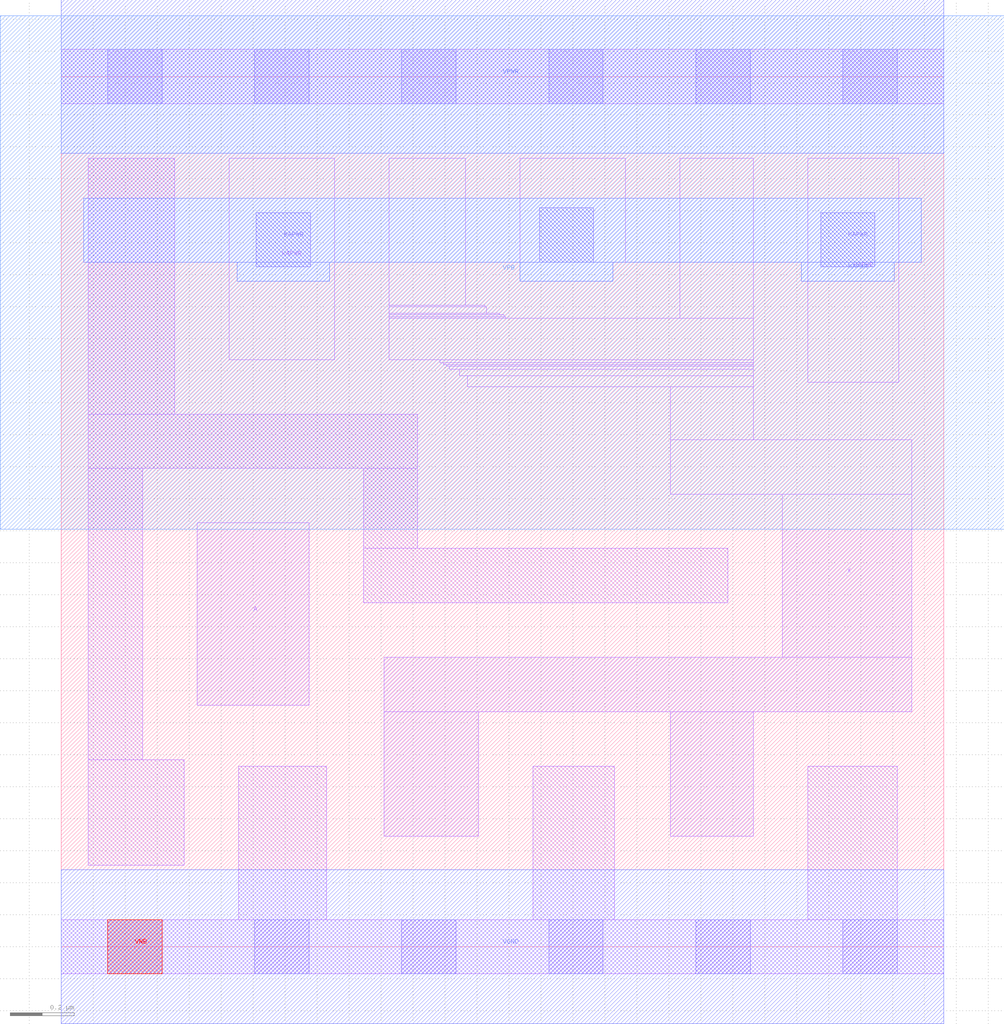
<source format=lef>
# Copyright 2020 The SkyWater PDK Authors
#
# Licensed under the Apache License, Version 2.0 (the "License");
# you may not use this file except in compliance with the License.
# You may obtain a copy of the License at
#
#     https://www.apache.org/licenses/LICENSE-2.0
#
# Unless required by applicable law or agreed to in writing, software
# distributed under the License is distributed on an "AS IS" BASIS,
# WITHOUT WARRANTIES OR CONDITIONS OF ANY KIND, either express or implied.
# See the License for the specific language governing permissions and
# limitations under the License.
#
# SPDX-License-Identifier: Apache-2.0

VERSION 5.7 ;
  NOWIREEXTENSIONATPIN ON ;
  DIVIDERCHAR "/" ;
  BUSBITCHARS "[]" ;
MACRO sky130_fd_sc_hd__lpflow_clkbufkapwr_4
  CLASS CORE ;
  FOREIGN sky130_fd_sc_hd__lpflow_clkbufkapwr_4 ;
  ORIGIN  0.000000  0.000000 ;
  SIZE  2.760000 BY  2.720000 ;
  SYMMETRY X Y R90 ;
  SITE unithd ;
  PIN A
    ANTENNAGATEAREA  0.213000 ;
    DIRECTION INPUT ;
    USE SIGNAL ;
    PORT
      LAYER li1 ;
        RECT 0.425000 0.755000 0.775000 1.325000 ;
    END
  END A
  PIN VNB
    PORT
      LAYER pwell ;
        RECT 0.145000 -0.085000 0.315000 0.085000 ;
    END
  END VNB
  PIN VPB
    PORT
      LAYER nwell ;
        RECT -0.190000 1.305000 2.950000 2.910000 ;
    END
  END VPB
  PIN X
    ANTENNADIFFAREA  0.795200 ;
    DIRECTION OUTPUT ;
    USE SIGNAL ;
    PORT
      LAYER li1 ;
        RECT 1.010000 0.345000 1.305000 0.735000 ;
        RECT 1.010000 0.735000 2.660000 0.905000 ;
        RECT 1.025000 1.835000 2.165000 1.965000 ;
        RECT 1.025000 1.965000 1.390000 1.970000 ;
        RECT 1.025000 1.970000 1.385000 1.975000 ;
        RECT 1.025000 1.975000 1.370000 1.980000 ;
        RECT 1.025000 1.980000 1.330000 2.000000 ;
        RECT 1.025000 2.000000 1.325000 2.005000 ;
        RECT 1.025000 2.005000 1.265000 2.465000 ;
        RECT 1.185000 1.825000 2.165000 1.835000 ;
        RECT 1.195000 1.820000 2.165000 1.825000 ;
        RECT 1.205000 1.815000 2.165000 1.820000 ;
        RECT 1.215000 1.805000 2.165000 1.815000 ;
        RECT 1.245000 1.785000 2.165000 1.805000 ;
        RECT 1.270000 1.750000 2.165000 1.785000 ;
        RECT 1.905000 0.345000 2.165000 0.735000 ;
        RECT 1.905000 1.415000 2.660000 1.585000 ;
        RECT 1.905000 1.585000 2.165000 1.750000 ;
        RECT 1.935000 1.965000 2.165000 2.465000 ;
        RECT 2.255000 0.905000 2.660000 1.415000 ;
    END
  END X
  PIN KAPWR
    DIRECTION INOUT ;
    SHAPE ABUTMENT ;
    USE POWER ;
    PORT
      LAYER li1 ;
        RECT 0.525000 1.835000 0.855000 2.465000 ;
      LAYER mcon ;
        RECT 0.610000 2.125000 0.780000 2.295000 ;
    END
    PORT
      LAYER li1 ;
        RECT 1.435000 2.140000 1.765000 2.465000 ;
        RECT 2.335000 1.765000 2.620000 2.465000 ;
      LAYER mcon ;
        RECT 1.495000 2.140000 1.665000 2.310000 ;
        RECT 2.375000 2.125000 2.545000 2.295000 ;
    END
    PORT
      LAYER met1 ;
        RECT 0.070000 2.140000 2.690000 2.340000 ;
        RECT 0.550000 2.080000 0.840000 2.140000 ;
        RECT 1.435000 2.080000 1.725000 2.140000 ;
        RECT 2.315000 2.080000 2.605000 2.140000 ;
    END
  END KAPWR
  PIN VGND
    DIRECTION INOUT ;
    SHAPE ABUTMENT ;
    USE GROUND ;
    PORT
      LAYER met1 ;
        RECT 0.000000 -0.240000 2.760000 0.240000 ;
    END
  END VGND
  PIN VPWR
    DIRECTION INOUT ;
    SHAPE ABUTMENT ;
    USE POWER ;
    PORT
      LAYER met1 ;
        RECT 0.000000 2.480000 2.760000 2.960000 ;
    END
  END VPWR
  OBS
    LAYER li1 ;
      RECT 0.000000 -0.085000 2.760000 0.085000 ;
      RECT 0.000000  2.635000 2.760000 2.805000 ;
      RECT 0.085000  0.255000 0.385000 0.585000 ;
      RECT 0.085000  0.585000 0.255000 1.495000 ;
      RECT 0.085000  1.495000 1.115000 1.665000 ;
      RECT 0.085000  1.665000 0.355000 2.465000 ;
      RECT 0.555000  0.085000 0.830000 0.565000 ;
      RECT 0.945000  1.075000 2.085000 1.245000 ;
      RECT 0.945000  1.245000 1.115000 1.495000 ;
      RECT 1.475000  0.085000 1.730000 0.565000 ;
      RECT 2.335000  0.085000 2.615000 0.565000 ;
    LAYER mcon ;
      RECT 0.145000 -0.085000 0.315000 0.085000 ;
      RECT 0.145000  2.635000 0.315000 2.805000 ;
      RECT 0.605000 -0.085000 0.775000 0.085000 ;
      RECT 0.605000  2.635000 0.775000 2.805000 ;
      RECT 1.065000 -0.085000 1.235000 0.085000 ;
      RECT 1.065000  2.635000 1.235000 2.805000 ;
      RECT 1.525000 -0.085000 1.695000 0.085000 ;
      RECT 1.525000  2.635000 1.695000 2.805000 ;
      RECT 1.985000 -0.085000 2.155000 0.085000 ;
      RECT 1.985000  2.635000 2.155000 2.805000 ;
      RECT 2.445000 -0.085000 2.615000 0.085000 ;
      RECT 2.445000  2.635000 2.615000 2.805000 ;
  END
END sky130_fd_sc_hd__lpflow_clkbufkapwr_4
END LIBRARY

</source>
